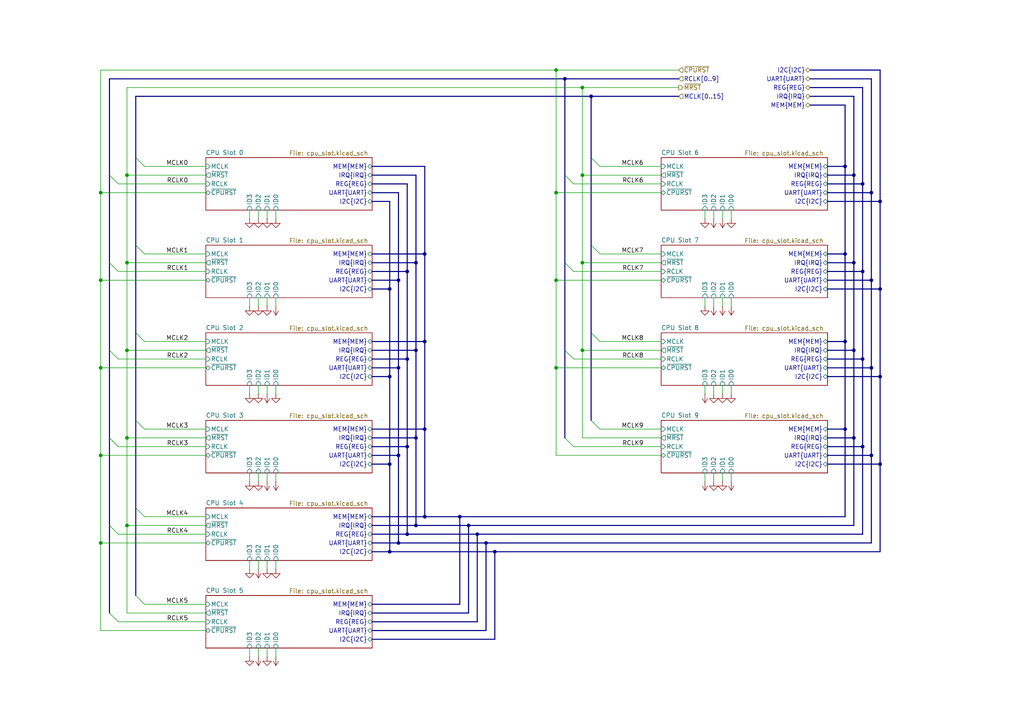
<source format=kicad_sch>
(kicad_sch (version 20231120) (generator "eeschema") (generator_version "8.0")
  (paper "A4")
  (title_block (title "RVFS CPU Slots") (date "2024-08-17") (rev "0.0.1") (comment 4 "Ten CPU slots are provided with access to the main memory bus and internal register bus."))
  (lib_symbols
    (symbol "power:+3V3" (power) (pin_numbers hide) (pin_names (offset 0) hide)
      (property "Value" "+3V3" (at 0 3.556 0))
      (symbol "+3V3_0_1"
        (polyline (pts (xy -0.762 1.27) (xy 0 2.54)))
        (polyline (pts (xy 0 0) (xy 0 2.54)))
        (polyline (pts (xy 0 2.54) (xy 0.762 1.27)))
      )
      (symbol "+3V3_1_1"
        (pin power_in line (at 0 0 90) (length 0) (name "~") (number "1"))
      )
    )
    (symbol "power:GND" (power) (pin_numbers hide) (pin_names (offset 0) hide)
      (property "Value" "GND" (at 0 -3.81 0))
      (symbol "GND_0_1"
        (polyline (pts (xy 0 0) (xy 0 -1.27) (xy 1.27 -1.27) (xy 0 -2.54) (xy -1.27 -1.27) (xy 0 -1.27)))
      )
      (symbol "GND_1_1"
        (pin power_in line (at 0 0 270) (length 0) (name "~") (number "1"))
      )
    )
  )
  (junction (at 168.91 25.4))
  (junction (at 115.57 81.28))
  (junction (at 252.73 106.68))
  (junction (at 118.11 129.54))
  (junction (at 36.83 127))
  (junction (at 168.91 50.8))
  (junction (at 113.03 83.82))
  (junction (at 245.11 73.66))
  (junction (at 123.19 99.06))
  (junction (at 161.29 106.68))
  (junction (at 135.89 152.4))
  (junction (at 250.19 104.14))
  (junction (at 161.29 81.28))
  (junction (at 115.57 132.08))
  (junction (at 29.21 106.68))
  (junction (at 115.57 106.68))
  (junction (at 250.19 78.74))
  (junction (at 171.45 27.94))
  (junction (at 36.83 152.4))
  (junction (at 118.11 78.74))
  (junction (at 138.43 154.94))
  (junction (at 163.83 22.86))
  (junction (at 247.65 127))
  (junction (at 123.19 73.66))
  (junction (at 168.91 101.6))
  (junction (at 140.97 157.48))
  (junction (at 255.27 109.22))
  (junction (at 120.65 127))
  (junction (at 113.03 109.22))
  (junction (at 245.11 99.06))
  (junction (at 123.19 124.46))
  (junction (at 118.11 104.14))
  (junction (at 245.11 48.26))
  (junction (at 120.65 152.4))
  (junction (at 29.21 81.28))
  (junction (at 250.19 129.54))
  (junction (at 247.65 76.2))
  (junction (at 123.19 149.86))
  (junction (at 133.35 149.86))
  (junction (at 245.11 124.46))
  (junction (at 252.73 81.28))
  (junction (at 36.83 101.6))
  (junction (at 36.83 50.8))
  (junction (at 36.83 76.2))
  (junction (at 255.27 134.62))
  (junction (at 255.27 83.82))
  (junction (at 168.91 76.2))
  (junction (at 247.65 50.8))
  (junction (at 120.65 76.2))
  (junction (at 255.27 58.42))
  (junction (at 120.65 101.6))
  (junction (at 29.21 132.08))
  (junction (at 29.21 157.48))
  (junction (at 250.19 53.34))
  (junction (at 113.03 134.62))
  (junction (at 113.03 160.02))
  (junction (at 115.57 157.48))
  (junction (at 252.73 132.08))
  (junction (at 29.21 55.88))
  (junction (at 161.29 55.88))
  (junction (at 161.29 20.32))
  (junction (at 247.65 101.6))
  (junction (at 118.11 154.94))
  (junction (at 252.73 55.88))
  (junction (at 143.51 160.02))
  (bus_entry (at 163.83 76.2) (size 2.54 2.54))
  (bus_entry (at 163.83 50.8) (size 2.54 2.54))
  (bus_entry (at 31.75 127) (size 2.54 2.54))
  (bus_entry (at 39.37 45.72) (size 2.54 2.54))
  (bus_entry (at 171.45 45.72) (size 2.54 2.54))
  (bus_entry (at 31.75 177.8) (size 2.54 2.54))
  (bus_entry (at 171.45 71.12) (size 2.54 2.54))
  (bus_entry (at 171.45 121.92) (size 2.54 2.54))
  (bus_entry (at 31.75 101.6) (size 2.54 2.54))
  (bus_entry (at 39.37 172.72) (size 2.54 2.54))
  (bus_entry (at 39.37 96.52) (size 2.54 2.54))
  (bus_entry (at 163.83 127) (size 2.54 2.54))
  (bus_entry (at 171.45 96.52) (size 2.54 2.54))
  (bus_entry (at 31.75 76.2) (size 2.54 2.54))
  (bus_entry (at 31.75 50.8) (size 2.54 2.54))
  (bus_entry (at 163.83 101.6) (size 2.54 2.54))
  (bus_entry (at 39.37 121.92) (size 2.54 2.54))
  (bus_entry (at 39.37 147.32) (size 2.54 2.54))
  (bus_entry (at 31.75 152.4) (size 2.54 2.54))
  (bus_entry (at 39.37 71.12) (size 2.54 2.54))
  (wire (pts (xy 166.37 53.34) (xy 191.77 53.34)))
  (wire (pts (xy 72.39 162.56) (xy 72.39 165.1)))
  (bus (pts (xy 39.37 71.12) (xy 39.37 96.52)))
  (bus (pts (xy 39.37 147.32) (xy 39.37 172.72)))
  (wire (pts (xy 34.29 53.34) (xy 59.69 53.34)))
  (bus (pts (xy 107.95 109.22) (xy 113.03 109.22)))
  (wire (pts (xy 161.29 55.88) (xy 191.77 55.88)))
  (wire (pts (xy 34.29 104.14) (xy 59.69 104.14)))
  (wire (pts (xy 34.29 154.94) (xy 59.69 154.94)))
  (bus (pts (xy 120.65 101.6) (xy 120.65 127)))
  (wire (pts (xy 168.91 76.2) (xy 168.91 101.6)))
  (wire (pts (xy 80.01 137.16) (xy 80.01 139.7)))
  (bus (pts (xy 171.45 71.12) (xy 171.45 96.52)))
  (bus (pts (xy 247.65 127) (xy 247.65 152.4)))
  (wire (pts (xy 74.93 111.76) (xy 74.93 114.3)))
  (bus (pts (xy 171.45 27.94) (xy 39.37 27.94)))
  (bus (pts (xy 234.95 27.94) (xy 247.65 27.94)))
  (bus (pts (xy 163.83 22.86) (xy 196.85 22.86)))
  (bus (pts (xy 255.27 20.32) (xy 255.27 58.42)))
  (bus (pts (xy 39.37 27.94) (xy 39.37 45.72)))
  (wire (pts (xy 29.21 81.28) (xy 29.21 106.68)))
  (wire (pts (xy 29.21 132.08) (xy 29.21 157.48)))
  (wire (pts (xy 80.01 162.56) (xy 80.01 165.1)))
  (wire (pts (xy 209.55 111.76) (xy 209.55 114.3)))
  (bus (pts (xy 245.11 99.06) (xy 245.11 124.46)))
  (bus (pts (xy 107.95 81.28) (xy 115.57 81.28)))
  (wire (pts (xy 166.37 104.14) (xy 191.77 104.14)))
  (bus (pts (xy 115.57 106.68) (xy 115.57 132.08)))
  (wire (pts (xy 173.99 73.66) (xy 191.77 73.66)))
  (bus (pts (xy 107.95 104.14) (xy 118.11 104.14)))
  (bus (pts (xy 255.27 109.22) (xy 255.27 134.62)))
  (wire (pts (xy 77.47 187.96) (xy 77.47 190.5)))
  (bus (pts (xy 135.89 152.4) (xy 247.65 152.4)))
  (bus (pts (xy 107.95 99.06) (xy 123.19 99.06)))
  (wire (pts (xy 36.83 101.6) (xy 59.69 101.6)))
  (bus (pts (xy 245.11 30.48) (xy 245.11 48.26)))
  (bus (pts (xy 107.95 106.68) (xy 115.57 106.68)))
  (wire (pts (xy 72.39 187.96) (xy 72.39 190.5)))
  (wire (pts (xy 161.29 106.68) (xy 161.29 132.08)))
  (wire (pts (xy 41.91 73.66) (xy 59.69 73.66)))
  (bus (pts (xy 107.95 175.26) (xy 133.35 175.26)))
  (bus (pts (xy 107.95 134.62) (xy 113.03 134.62)))
  (bus (pts (xy 123.19 48.26) (xy 123.19 73.66)))
  (wire (pts (xy 36.83 177.8) (xy 59.69 177.8)))
  (bus (pts (xy 115.57 157.48) (xy 140.97 157.48)))
  (bus (pts (xy 107.95 76.2) (xy 120.65 76.2)))
  (bus (pts (xy 107.95 73.66) (xy 123.19 73.66)))
  (bus (pts (xy 107.95 124.46) (xy 123.19 124.46)))
  (bus (pts (xy 120.65 76.2) (xy 120.65 101.6)))
  (bus (pts (xy 252.73 55.88) (xy 252.73 81.28)))
  (wire (pts (xy 207.01 111.76) (xy 207.01 114.3)))
  (wire (pts (xy 207.01 137.16) (xy 207.01 139.7)))
  (bus (pts (xy 113.03 160.02) (xy 143.51 160.02)))
  (bus (pts (xy 240.03 81.28) (xy 252.73 81.28)))
  (bus (pts (xy 31.75 50.8) (xy 31.75 76.2)))
  (bus (pts (xy 31.75 22.86) (xy 31.75 50.8)))
  (bus (pts (xy 240.03 99.06) (xy 245.11 99.06)))
  (bus (pts (xy 115.57 81.28) (xy 115.57 106.68)))
  (wire (pts (xy 74.93 187.96) (xy 74.93 190.5)))
  (wire (pts (xy 209.55 86.36) (xy 209.55 88.9)))
  (bus (pts (xy 240.03 50.8) (xy 247.65 50.8)))
  (bus (pts (xy 240.03 48.26) (xy 245.11 48.26)))
  (wire (pts (xy 80.01 86.36) (xy 80.01 88.9)))
  (wire (pts (xy 173.99 124.46) (xy 191.77 124.46)))
  (wire (pts (xy 29.21 81.28) (xy 59.69 81.28)))
  (bus (pts (xy 240.03 101.6) (xy 247.65 101.6)))
  (bus (pts (xy 140.97 157.48) (xy 252.73 157.48)))
  (bus (pts (xy 250.19 78.74) (xy 250.19 104.14)))
  (bus (pts (xy 255.27 134.62) (xy 240.03 134.62)))
  (wire (pts (xy 41.91 175.26) (xy 59.69 175.26)))
  (wire (pts (xy 29.21 182.88) (xy 59.69 182.88)))
  (wire (pts (xy 36.83 127) (xy 36.83 152.4)))
  (bus (pts (xy 107.95 101.6) (xy 120.65 101.6)))
  (wire (pts (xy 41.91 124.46) (xy 59.69 124.46)))
  (bus (pts (xy 252.73 106.68) (xy 252.73 132.08)))
  (bus (pts (xy 250.19 129.54) (xy 250.19 154.94)))
  (bus (pts (xy 31.75 76.2) (xy 31.75 101.6)))
  (wire (pts (xy 209.55 137.16) (xy 209.55 139.7)))
  (bus (pts (xy 245.11 48.26) (xy 245.11 73.66)))
  (bus (pts (xy 120.65 127) (xy 120.65 152.4)))
  (bus (pts (xy 255.27 83.82) (xy 255.27 109.22)))
  (wire (pts (xy 29.21 157.48) (xy 29.21 182.88)))
  (bus (pts (xy 163.83 50.8) (xy 163.83 76.2)))
  (bus (pts (xy 107.95 182.88) (xy 140.97 182.88)))
  (wire (pts (xy 204.47 111.76) (xy 204.47 114.3)))
  (wire (pts (xy 41.91 149.86) (xy 59.69 149.86)))
  (wire (pts (xy 29.21 132.08) (xy 59.69 132.08)))
  (bus (pts (xy 250.19 53.34) (xy 250.19 78.74)))
  (wire (pts (xy 34.29 78.74) (xy 59.69 78.74)))
  (wire (pts (xy 77.47 162.56) (xy 77.47 165.1)))
  (wire (pts (xy 168.91 25.4) (xy 168.91 50.8)))
  (wire (pts (xy 41.91 99.06) (xy 59.69 99.06)))
  (bus (pts (xy 163.83 101.6) (xy 163.83 127)))
  (bus (pts (xy 123.19 149.86) (xy 133.35 149.86)))
  (bus (pts (xy 107.95 58.42) (xy 113.03 58.42)))
  (bus (pts (xy 250.19 25.4) (xy 250.19 53.34)))
  (wire (pts (xy 212.09 60.96) (xy 212.09 63.5)))
  (bus (pts (xy 113.03 83.82) (xy 113.03 109.22)))
  (bus (pts (xy 140.97 182.88) (xy 140.97 157.48)))
  (bus (pts (xy 247.65 76.2) (xy 247.65 101.6)))
  (bus (pts (xy 240.03 53.34) (xy 250.19 53.34)))
  (bus (pts (xy 107.95 127) (xy 120.65 127)))
  (bus (pts (xy 107.95 48.26) (xy 123.19 48.26)))
  (bus (pts (xy 163.83 76.2) (xy 163.83 101.6)))
  (wire (pts (xy 207.01 60.96) (xy 207.01 63.5)))
  (bus (pts (xy 240.03 106.68) (xy 252.73 106.68)))
  (wire (pts (xy 168.91 101.6) (xy 191.77 101.6)))
  (bus (pts (xy 240.03 55.88) (xy 252.73 55.88)))
  (wire (pts (xy 36.83 50.8) (xy 36.83 76.2)))
  (bus (pts (xy 107.95 177.8) (xy 135.89 177.8)))
  (wire (pts (xy 72.39 60.96) (xy 72.39 63.5)))
  (wire (pts (xy 168.91 50.8) (xy 191.77 50.8)))
  (bus (pts (xy 143.51 160.02) (xy 255.27 160.02)))
  (bus (pts (xy 118.11 129.54) (xy 118.11 154.94)))
  (wire (pts (xy 72.39 86.36) (xy 72.39 88.9)))
  (wire (pts (xy 166.37 129.54) (xy 191.77 129.54)))
  (wire (pts (xy 29.21 55.88) (xy 59.69 55.88)))
  (wire (pts (xy 74.93 60.96) (xy 74.93 63.5)))
  (wire (pts (xy 74.93 162.56) (xy 74.93 165.1)))
  (wire (pts (xy 36.83 152.4) (xy 36.83 177.8)))
  (wire (pts (xy 34.29 129.54) (xy 59.69 129.54)))
  (bus (pts (xy 107.95 50.8) (xy 120.65 50.8)))
  (wire (pts (xy 209.55 60.96) (xy 209.55 63.5)))
  (bus (pts (xy 247.65 50.8) (xy 247.65 76.2)))
  (wire (pts (xy 77.47 137.16) (xy 77.47 139.7)))
  (wire (pts (xy 161.29 106.68) (xy 191.77 106.68)))
  (wire (pts (xy 161.29 20.32) (xy 29.21 20.32)))
  (wire (pts (xy 41.91 48.26) (xy 59.69 48.26)))
  (bus (pts (xy 250.19 129.54) (xy 240.03 129.54)))
  (wire (pts (xy 161.29 20.32) (xy 161.29 55.88)))
  (wire (pts (xy 80.01 60.96) (xy 80.01 63.5)))
  (wire (pts (xy 168.91 25.4) (xy 36.83 25.4)))
  (wire (pts (xy 204.47 60.96) (xy 204.47 63.5)))
  (bus (pts (xy 118.11 53.34) (xy 118.11 78.74)))
  (bus (pts (xy 107.95 152.4) (xy 120.65 152.4)))
  (bus (pts (xy 247.65 27.94) (xy 247.65 50.8)))
  (bus (pts (xy 255.27 58.42) (xy 255.27 83.82)))
  (wire (pts (xy 72.39 111.76) (xy 72.39 114.3)))
  (bus (pts (xy 234.95 20.32) (xy 255.27 20.32)))
  (bus (pts (xy 171.45 27.94) (xy 171.45 45.72)))
  (wire (pts (xy 168.91 50.8) (xy 168.91 76.2)))
  (bus (pts (xy 143.51 160.02) (xy 143.51 185.42)))
  (bus (pts (xy 107.95 53.34) (xy 118.11 53.34)))
  (bus (pts (xy 252.73 22.86) (xy 252.73 55.88)))
  (bus (pts (xy 107.95 157.48) (xy 115.57 157.48)))
  (bus (pts (xy 234.95 22.86) (xy 252.73 22.86)))
  (bus (pts (xy 107.95 55.88) (xy 115.57 55.88)))
  (wire (pts (xy 168.91 101.6) (xy 168.91 127)))
  (bus (pts (xy 196.85 27.94) (xy 171.45 27.94)))
  (wire (pts (xy 29.21 106.68) (xy 59.69 106.68)))
  (bus (pts (xy 107.95 129.54) (xy 118.11 129.54)))
  (bus (pts (xy 113.03 109.22) (xy 113.03 134.62)))
  (bus (pts (xy 113.03 58.42) (xy 113.03 83.82)))
  (bus (pts (xy 138.43 180.34) (xy 138.43 154.94)))
  (wire (pts (xy 212.09 86.36) (xy 212.09 88.9)))
  (wire (pts (xy 29.21 106.68) (xy 29.21 132.08)))
  (wire (pts (xy 36.83 101.6) (xy 36.83 127)))
  (wire (pts (xy 161.29 55.88) (xy 161.29 81.28)))
  (bus (pts (xy 252.73 132.08) (xy 240.03 132.08)))
  (bus (pts (xy 123.19 124.46) (xy 123.19 149.86)))
  (wire (pts (xy 36.83 25.4) (xy 36.83 50.8)))
  (bus (pts (xy 107.95 149.86) (xy 123.19 149.86)))
  (wire (pts (xy 77.47 86.36) (xy 77.47 88.9)))
  (wire (pts (xy 212.09 137.16) (xy 212.09 139.7)))
  (bus (pts (xy 240.03 58.42) (xy 255.27 58.42)))
  (bus (pts (xy 118.11 154.94) (xy 138.43 154.94)))
  (wire (pts (xy 80.01 111.76) (xy 80.01 114.3)))
  (bus (pts (xy 163.83 22.86) (xy 163.83 50.8)))
  (bus (pts (xy 31.75 152.4) (xy 31.75 177.8)))
  (wire (pts (xy 36.83 76.2) (xy 36.83 101.6)))
  (bus (pts (xy 240.03 104.14) (xy 250.19 104.14)))
  (bus (pts (xy 240.03 76.2) (xy 247.65 76.2)))
  (wire (pts (xy 191.77 132.08) (xy 161.29 132.08)))
  (bus (pts (xy 135.89 177.8) (xy 135.89 152.4)))
  (wire (pts (xy 29.21 20.32) (xy 29.21 55.88)))
  (bus (pts (xy 39.37 121.92) (xy 39.37 147.32)))
  (bus (pts (xy 123.19 99.06) (xy 123.19 124.46)))
  (bus (pts (xy 234.95 25.4) (xy 250.19 25.4)))
  (wire (pts (xy 36.83 127) (xy 59.69 127)))
  (wire (pts (xy 168.91 76.2) (xy 191.77 76.2)))
  (bus (pts (xy 123.19 73.66) (xy 123.19 99.06)))
  (bus (pts (xy 118.11 78.74) (xy 118.11 104.14)))
  (wire (pts (xy 36.83 152.4) (xy 59.69 152.4)))
  (bus (pts (xy 120.65 50.8) (xy 120.65 76.2)))
  (bus (pts (xy 39.37 96.52) (xy 39.37 121.92)))
  (bus (pts (xy 120.65 152.4) (xy 135.89 152.4)))
  (bus (pts (xy 133.35 175.26) (xy 133.35 149.86)))
  (bus (pts (xy 31.75 127) (xy 31.75 152.4)))
  (wire (pts (xy 80.01 187.96) (xy 80.01 190.5)))
  (wire (pts (xy 77.47 111.76) (xy 77.47 114.3)))
  (bus (pts (xy 107.95 180.34) (xy 138.43 180.34)))
  (bus (pts (xy 107.95 132.08) (xy 115.57 132.08)))
  (bus (pts (xy 245.11 124.46) (xy 245.11 149.86)))
  (wire (pts (xy 204.47 137.16) (xy 204.47 139.7)))
  (wire (pts (xy 196.85 20.32) (xy 161.29 20.32)))
  (bus (pts (xy 107.95 154.94) (xy 118.11 154.94)))
  (wire (pts (xy 173.99 99.06) (xy 191.77 99.06)))
  (bus (pts (xy 39.37 45.72) (xy 39.37 71.12)))
  (wire (pts (xy 196.85 25.4) (xy 168.91 25.4)))
  (bus (pts (xy 255.27 134.62) (xy 255.27 160.02)))
  (wire (pts (xy 204.47 86.36) (xy 204.47 88.9)))
  (wire (pts (xy 29.21 55.88) (xy 29.21 81.28)))
  (wire (pts (xy 77.47 60.96) (xy 77.47 63.5)))
  (bus (pts (xy 240.03 73.66) (xy 245.11 73.66)))
  (bus (pts (xy 31.75 101.6) (xy 31.75 127)))
  (bus (pts (xy 133.35 149.86) (xy 245.11 149.86)))
  (bus (pts (xy 250.19 104.14) (xy 250.19 129.54)))
  (wire (pts (xy 34.29 180.34) (xy 59.69 180.34)))
  (bus (pts (xy 171.45 96.52) (xy 171.45 121.92)))
  (bus (pts (xy 234.95 30.48) (xy 245.11 30.48)))
  (wire (pts (xy 212.09 111.76) (xy 212.09 114.3)))
  (bus (pts (xy 247.65 127) (xy 240.03 127)))
  (wire (pts (xy 161.29 81.28) (xy 191.77 81.28)))
  (wire (pts (xy 36.83 50.8) (xy 59.69 50.8)))
  (bus (pts (xy 115.57 132.08) (xy 115.57 157.48)))
  (bus (pts (xy 247.65 101.6) (xy 247.65 127)))
  (bus (pts (xy 240.03 83.82) (xy 255.27 83.82)))
  (bus (pts (xy 245.11 124.46) (xy 240.03 124.46)))
  (bus (pts (xy 107.95 78.74) (xy 118.11 78.74)))
  (wire (pts (xy 161.29 81.28) (xy 161.29 106.68)))
  (bus (pts (xy 240.03 109.22) (xy 255.27 109.22)))
  (wire (pts (xy 36.83 76.2) (xy 59.69 76.2)))
  (wire (pts (xy 72.39 137.16) (xy 72.39 139.7)))
  (wire (pts (xy 207.01 86.36) (xy 207.01 88.9)))
  (bus (pts (xy 171.45 45.72) (xy 171.45 71.12)))
  (bus (pts (xy 252.73 81.28) (xy 252.73 106.68)))
  (bus (pts (xy 240.03 78.74) (xy 250.19 78.74)))
  (bus (pts (xy 245.11 73.66) (xy 245.11 99.06)))
  (bus (pts (xy 107.95 160.02) (xy 113.03 160.02)))
  (wire (pts (xy 166.37 78.74) (xy 191.77 78.74)))
  (bus (pts (xy 118.11 104.14) (xy 118.11 129.54)))
  (wire (pts (xy 74.93 86.36) (xy 74.93 88.9)))
  (wire (pts (xy 74.93 137.16) (xy 74.93 139.7)))
  (bus (pts (xy 138.43 154.94) (xy 250.19 154.94)))
  (wire (pts (xy 191.77 127) (xy 168.91 127)))
  (wire (pts (xy 173.99 48.26) (xy 191.77 48.26)))
  (wire (pts (xy 29.21 157.48) (xy 59.69 157.48)))
  (bus (pts (xy 107.95 83.82) (xy 113.03 83.82)))
  (bus (pts (xy 115.57 55.88) (xy 115.57 81.28)))
  (bus (pts (xy 113.03 134.62) (xy 113.03 160.02)))
  (bus (pts (xy 107.95 185.42) (xy 143.51 185.42)))
  (bus (pts (xy 252.73 132.08) (xy 252.73 157.48)))
  (bus (pts (xy 31.75 22.86) (xy 163.83 22.86)))
  (label "MCLK0" (at 54.61 48.26 180))
  (label "RCLK9" (at 186.69 129.54 180))
  (label "MCLK3" (at 54.61 124.46 180))
  (label "RCLK4" (at 54.61 154.94 180))
  (label "RCLK3" (at 54.61 129.54 180))
  (label "MCLK5" (at 54.61 175.26 180))
  (label "RCLK6" (at 186.69 53.34 180))
  (label "RCLK0" (at 54.61 53.34 180))
  (label "RCLK1" (at 54.61 78.74 180))
  (label "MCLK7" (at 186.69 73.66 180))
  (label "MCLK4" (at 54.61 149.86 180))
  (label "RCLK8" (at 186.69 104.14 180))
  (label "MCLK1" (at 54.61 73.66 180))
  (label "MCLK8" (at 186.69 99.06 180))
  (label "MCLK2" (at 54.61 99.06 180))
  (label "MCLK6" (at 186.69 48.26 180))
  (label "RCLK2" (at 54.61 104.14 180))
  (label "MCLK9" (at 186.69 124.46 180))
  (label "RCLK5" (at 54.61 180.34 180))
  (label "RCLK7" (at 186.69 78.74 180))
  (hierarchical_label "I2C{I2C}" (shape bidirectional) (at 234.95 20.32 180))
  (hierarchical_label "RCLK[0..9]" (shape input) (at 196.85 22.86 0))
  (hierarchical_label "~{MRST}" (shape output) (at 196.85 25.4 0))
  (hierarchical_label "REG{REG}" (shape bidirectional) (at 234.95 25.4 180))
  (hierarchical_label "IRQ{IRQ}" (shape bidirectional) (at 234.95 27.94 180))
  (hierarchical_label "UART{UART}" (shape bidirectional) (at 234.95 22.86 180))
  (hierarchical_label "~{CPURST}" (shape input) (at 196.85 20.32 0))
  (hierarchical_label "MCLK[0..15]" (shape input) (at 196.85 27.94 0))
  (hierarchical_label "MEM{MEM}" (shape bidirectional) (at 234.95 30.48 180))
  (symbol (lib_id "power:GND") (at 77.47 165.1 0) (unit 1)
    (property "Reference" "#PWR058" (effects (hide yes)))
    (property "Value" "GND" (effects (hide yes)))
    (property "Description" "Power symbol creates a global label with name \"GND\" , ground" (effects (hide yes)))
  )
  (symbol (lib_id "power:GND") (at 207.01 114.3 0) (unit 1)
    (property "Reference" "#PWR072" (effects (hide yes)))
    (property "Value" "GND" (effects (hide yes)))
    (property "Description" "Power symbol creates a global label with name \"GND\" , ground" (effects (hide yes)))
  )
  (symbol (lib_id "power:GND") (at 72.39 114.3 0) (unit 1)
    (property "Reference" "#PWR044" (effects (hide yes)))
    (property "Value" "GND" (effects (hide yes)))
    (property "Description" "Power symbol creates a global label with name \"GND\" , ground" (effects (hide yes)))
  )
  (symbol (lib_id "power:GND") (at 72.39 139.7 0) (unit 1)
    (property "Reference" "#PWR045" (effects (hide yes)))
    (property "Value" "GND" (effects (hide yes)))
    (property "Description" "Power symbol creates a global label with name \"GND\" , ground" (effects (hide yes)))
  )
  (symbol (lib_id "power:GND") (at 80.01 114.3 0) (unit 1)
    (property "Reference" "#PWR062" (effects (hide yes)))
    (property "Value" "GND" (effects (hide yes)))
    (property "Description" "Power symbol creates a global label with name \"GND\" , ground" (effects (hide yes)))
  )
  (symbol (lib_id "power:GND") (at 212.09 114.3 0) (unit 1)
    (property "Reference" "#PWR080" (effects (hide yes)))
    (property "Value" "GND" (effects (hide yes)))
    (property "Description" "Power symbol creates a global label with name \"GND\" , ground" (effects (hide yes)))
  )
  (symbol (lib_id "power:+3V3") (at 209.55 63.5 180) (unit 1)
    (property "Reference" "#PWR074" (effects (hide yes)))
    (property "Value" "+3V3" (effects (hide yes)))
    (property "Description" "Power symbol creates a global label with name \"+3V3\"" (effects (hide yes)))
  )
  (symbol (lib_id "power:+3V3") (at 207.01 88.9 180) (unit 1)
    (property "Reference" "#PWR071" (effects (hide yes)))
    (property "Value" "+3V3" (effects (hide yes)))
    (property "Description" "Power symbol creates a global label with name \"+3V3\"" (effects (hide yes)))
  )
  (symbol (lib_id "power:GND") (at 72.39 190.5 0) (unit 1)
    (property "Reference" "#PWR047" (effects (hide yes)))
    (property "Value" "GND" (effects (hide yes)))
    (property "Description" "Power symbol creates a global label with name \"GND\" , ground" (effects (hide yes)))
  )
  (symbol (lib_id "power:GND") (at 74.93 114.3 0) (unit 1)
    (property "Reference" "#PWR050" (effects (hide yes)))
    (property "Value" "GND" (effects (hide yes)))
    (property "Description" "Power symbol creates a global label with name \"GND\" , ground" (effects (hide yes)))
  )
  (symbol (lib_id "power:GND") (at 72.39 63.5 0) (unit 1)
    (property "Reference" "#PWR042" (effects (hide yes)))
    (property "Value" "GND" (effects (hide yes)))
    (property "Description" "Power symbol creates a global label with name \"GND\" , ground" (effects (hide yes)))
  )
  (symbol (lib_id "power:+3V3") (at 212.09 88.9 180) (unit 1)
    (property "Reference" "#PWR079" (effects (hide yes)))
    (property "Value" "+3V3" (effects (hide yes)))
    (property "Description" "Power symbol creates a global label with name \"+3V3\"" (effects (hide yes)))
  )
  (symbol (lib_id "power:+3V3") (at 80.01 139.7 180) (unit 1)
    (property "Reference" "#PWR063" (effects (hide yes)))
    (property "Value" "+3V3" (effects (hide yes)))
    (property "Description" "Power symbol creates a global label with name \"+3V3\"" (effects (hide yes)))
  )
  (symbol (lib_id "power:GND") (at 80.01 165.1 0) (unit 1)
    (property "Reference" "#PWR064" (effects (hide yes)))
    (property "Value" "GND" (effects (hide yes)))
    (property "Description" "Power symbol creates a global label with name \"GND\" , ground" (effects (hide yes)))
  )
  (symbol (lib_id "power:GND") (at 74.93 63.5 0) (unit 1)
    (property "Reference" "#PWR048" (effects (hide yes)))
    (property "Value" "GND" (effects (hide yes)))
    (property "Description" "Power symbol creates a global label with name \"GND\" , ground" (effects (hide yes)))
  )
  (symbol (lib_id "power:GND") (at 72.39 165.1 0) (unit 1)
    (property "Reference" "#PWR046" (effects (hide yes)))
    (property "Value" "GND" (effects (hide yes)))
    (property "Description" "Power symbol creates a global label with name \"GND\" , ground" (effects (hide yes)))
  )
  (symbol (lib_id "power:+3V3") (at 74.93 165.1 180) (unit 1)
    (property "Reference" "#PWR052" (effects (hide yes)))
    (property "Value" "+3V3" (effects (hide yes)))
    (property "Description" "Power symbol creates a global label with name \"+3V3\"" (effects (hide yes)))
  )
  (symbol (lib_id "power:+3V3") (at 204.47 139.7 180) (unit 1)
    (property "Reference" "#PWR069" (effects (hide yes)))
    (property "Value" "+3V3" (effects (hide yes)))
    (property "Description" "Power symbol creates a global label with name \"+3V3\"" (effects (hide yes)))
  )
  (symbol (lib_id "power:+3V3") (at 207.01 63.5 180) (unit 1)
    (property "Reference" "#PWR070" (effects (hide yes)))
    (property "Value" "+3V3" (effects (hide yes)))
    (property "Description" "Power symbol creates a global label with name \"+3V3\"" (effects (hide yes)))
  )
  (symbol (lib_id "power:GND") (at 77.47 63.5 0) (unit 1)
    (property "Reference" "#PWR054" (effects (hide yes)))
    (property "Value" "GND" (effects (hide yes)))
    (property "Description" "Power symbol creates a global label with name \"GND\" , ground" (effects (hide yes)))
  )
  (symbol (lib_id "power:GND") (at 74.93 139.7 0) (unit 1)
    (property "Reference" "#PWR051" (effects (hide yes)))
    (property "Value" "GND" (effects (hide yes)))
    (property "Description" "Power symbol creates a global label with name \"GND\" , ground" (effects (hide yes)))
  )
  (symbol (lib_id "power:GND") (at 207.01 139.7 0) (unit 1)
    (property "Reference" "#PWR073" (effects (hide yes)))
    (property "Value" "GND" (effects (hide yes)))
    (property "Description" "Power symbol creates a global label with name \"GND\" , ground" (effects (hide yes)))
  )
  (symbol (lib_id "power:GND") (at 72.39 88.9 0) (unit 1)
    (property "Reference" "#PWR043" (effects (hide yes)))
    (property "Value" "GND" (effects (hide yes)))
    (property "Description" "Power symbol creates a global label with name \"GND\" , ground" (effects (hide yes)))
  )
  (symbol (lib_id "power:GND") (at 204.47 63.5 0) (unit 1)
    (property "Reference" "#PWR066" (effects (hide yes)))
    (property "Value" "GND" (effects (hide yes)))
    (property "Description" "Power symbol creates a global label with name \"GND\" , ground" (effects (hide yes)))
  )
  (symbol (lib_id "power:+3V3") (at 74.93 190.5 180) (unit 1)
    (property "Reference" "#PWR053" (effects (hide yes)))
    (property "Value" "+3V3" (effects (hide yes)))
    (property "Description" "Power symbol creates a global label with name \"+3V3\"" (effects (hide yes)))
  )
  (symbol (lib_id "power:GND") (at 209.55 114.3 0) (unit 1)
    (property "Reference" "#PWR076" (effects (hide yes)))
    (property "Value" "GND" (effects (hide yes)))
    (property "Description" "Power symbol creates a global label with name \"GND\" , ground" (effects (hide yes)))
  )
  (symbol (lib_id "power:GND") (at 209.55 139.7 0) (unit 1)
    (property "Reference" "#PWR077" (effects (hide yes)))
    (property "Value" "GND" (effects (hide yes)))
    (property "Description" "Power symbol creates a global label with name \"GND\" , ground" (effects (hide yes)))
  )
  (symbol (lib_id "power:+3V3") (at 77.47 139.7 180) (unit 1)
    (property "Reference" "#PWR057" (effects (hide yes)))
    (property "Value" "+3V3" (effects (hide yes)))
    (property "Description" "Power symbol creates a global label with name \"+3V3\"" (effects (hide yes)))
  )
  (symbol (lib_id "power:GND") (at 77.47 190.5 0) (unit 1)
    (property "Reference" "#PWR059" (effects (hide yes)))
    (property "Value" "GND" (effects (hide yes)))
    (property "Description" "Power symbol creates a global label with name \"GND\" , ground" (effects (hide yes)))
  )
  (symbol (lib_id "power:+3V3") (at 80.01 190.5 180) (unit 1)
    (property "Reference" "#PWR065" (effects (hide yes)))
    (property "Value" "+3V3" (effects (hide yes)))
    (property "Description" "Power symbol creates a global label with name \"+3V3\"" (effects (hide yes)))
  )
  (symbol (lib_id "power:GND") (at 80.01 63.5 0) (unit 1)
    (property "Reference" "#PWR060" (effects (hide yes)))
    (property "Value" "GND" (effects (hide yes)))
    (property "Description" "Power symbol creates a global label with name \"GND\" , ground" (effects (hide yes)))
  )
  (symbol (lib_id "power:GND") (at 77.47 88.9 0) (unit 1)
    (property "Reference" "#PWR055" (effects (hide yes)))
    (property "Value" "GND" (effects (hide yes)))
    (property "Description" "Power symbol creates a global label with name \"GND\" , ground" (effects (hide yes)))
  )
  (symbol (lib_id "power:GND") (at 212.09 63.5 0) (unit 1)
    (property "Reference" "#PWR078" (effects (hide yes)))
    (property "Value" "GND" (effects (hide yes)))
    (property "Description" "Power symbol creates a global label with name \"GND\" , ground" (effects (hide yes)))
  )
  (symbol (lib_id "power:GND") (at 74.93 88.9 0) (unit 1)
    (property "Reference" "#PWR049" (effects (hide yes)))
    (property "Value" "GND" (effects (hide yes)))
    (property "Description" "Power symbol creates a global label with name \"GND\" , ground" (effects (hide yes)))
  )
  (symbol (lib_id "power:+3V3") (at 212.09 139.7 180) (unit 1)
    (property "Reference" "#PWR081" (effects (hide yes)))
    (property "Value" "+3V3" (effects (hide yes)))
    (property "Description" "Power symbol creates a global label with name \"+3V3\"" (effects (hide yes)))
  )
  (symbol (lib_id "power:+3V3") (at 204.47 114.3 180) (unit 1)
    (property "Reference" "#PWR068" (effects (hide yes)))
    (property "Value" "+3V3" (effects (hide yes)))
    (property "Description" "Power symbol creates a global label with name \"+3V3\"" (effects (hide yes)))
  )
  (symbol (lib_id "power:+3V3") (at 80.01 88.9 180) (unit 1)
    (property "Reference" "#PWR061" (effects (hide yes)))
    (property "Value" "+3V3" (effects (hide yes)))
    (property "Description" "Power symbol creates a global label with name \"+3V3\"" (effects (hide yes)))
  )
  (symbol (lib_id "power:+3V3") (at 209.55 88.9 180) (unit 1)
    (property "Reference" "#PWR075" (effects (hide yes)))
    (property "Value" "+3V3" (effects (hide yes)))
    (property "Description" "Power symbol creates a global label with name \"+3V3\"" (effects (hide yes)))
  )
  (symbol (lib_id "power:GND") (at 204.47 88.9 0) (unit 1)
    (property "Reference" "#PWR067" (effects (hide yes)))
    (property "Value" "GND" (effects (hide yes)))
    (property "Description" "Power symbol creates a global label with name \"GND\" , ground" (effects (hide yes)))
  )
  (symbol (lib_id "power:+3V3") (at 77.47 114.3 180) (unit 1)
    (property "Reference" "#PWR056" (effects (hide yes)))
    (property "Value" "+3V3" (effects (hide yes)))
    (property "Description" "Power symbol creates a global label with name \"+3V3\"" (effects (hide yes)))
  )
  (sheet (at 59.69 147.32) (size 48.26 15.24) (stroke (width 0.1524))
    (property "Sheetname" "CPU Slot 4" (at 59.69 146.6084 0) (effects (justify left bottom)))
    (property "Sheetfile" "cpu_slot.kicad_sch" (at 83.82 145.288 0) (effects (justify left top)))
    (pin "RCLK" input (at 59.69 154.94 180))
    (pin "MCLK" input (at 59.69 149.86 180))
    (pin "IRQ{IRQ}" bidirectional (at 107.95 152.4 0))
    (pin "MEM{MEM}" bidirectional (at 107.95 149.86 0))
    (pin "REG{REG}" bidirectional (at 107.95 154.94 0))
    (pin "~{CPURST}" bidirectional (at 59.69 157.48 180))
    (pin "~{MRST}" output (at 59.69 152.4 180))
    (pin "I2C{I2C}" bidirectional (at 107.95 160.02 0))
    (pin "UART{UART}" bidirectional (at 107.95 157.48 0))
    (pin "ID3" input (at 72.39 162.56 270))
    (pin "ID1" input (at 77.47 162.56 270))
    (pin "ID0" input (at 80.01 162.56 270))
    (pin "ID2" input (at 74.93 162.56 270))
  )
  (sheet (at 59.69 172.72) (size 48.26 15.24) (stroke (width 0.1524))
    (property "Sheetname" "CPU Slot 5" (at 59.69 172.0084 0) (effects (justify left bottom)))
    (property "Sheetfile" "cpu_slot.kicad_sch" (at 83.82 170.688 0) (effects (justify left top)))
    (pin "RCLK" input (at 59.69 180.34 180))
    (pin "MCLK" input (at 59.69 175.26 180))
    (pin "IRQ{IRQ}" bidirectional (at 107.95 177.8 0))
    (pin "MEM{MEM}" bidirectional (at 107.95 175.26 0))
    (pin "REG{REG}" bidirectional (at 107.95 180.34 0))
    (pin "~{CPURST}" bidirectional (at 59.69 182.88 180))
    (pin "~{MRST}" output (at 59.69 177.8 180))
    (pin "I2C{I2C}" bidirectional (at 107.95 185.42 0))
    (pin "UART{UART}" bidirectional (at 107.95 182.88 0))
    (pin "ID3" input (at 72.39 187.96 270))
    (pin "ID1" input (at 77.47 187.96 270))
    (pin "ID0" input (at 80.01 187.96 270))
    (pin "ID2" input (at 74.93 187.96 270))
  )
  (sheet (at 59.69 121.92) (size 48.26 15.24) (stroke (width 0.1524))
    (property "Sheetname" "CPU Slot 3" (at 59.69 121.2084 0) (effects (justify left bottom)))
    (property "Sheetfile" "cpu_slot.kicad_sch" (at 83.82 119.888 0) (effects (justify left top)))
    (pin "RCLK" input (at 59.69 129.54 180))
    (pin "MCLK" input (at 59.69 124.46 180))
    (pin "IRQ{IRQ}" bidirectional (at 107.95 127 0))
    (pin "MEM{MEM}" bidirectional (at 107.95 124.46 0))
    (pin "REG{REG}" bidirectional (at 107.95 129.54 0))
    (pin "~{CPURST}" bidirectional (at 59.69 132.08 180))
    (pin "~{MRST}" output (at 59.69 127 180))
    (pin "I2C{I2C}" bidirectional (at 107.95 134.62 0))
    (pin "UART{UART}" bidirectional (at 107.95 132.08 0))
    (pin "ID3" input (at 72.39 137.16 270))
    (pin "ID1" input (at 77.47 137.16 270))
    (pin "ID0" input (at 80.01 137.16 270))
    (pin "ID2" input (at 74.93 137.16 270))
  )
  (sheet (at 191.77 71.12) (size 48.26 15.24) (stroke (width 0.1524))
    (property "Sheetname" "CPU Slot 7" (at 191.77 70.4084 0) (effects (justify left bottom)))
    (property "Sheetfile" "cpu_slot.kicad_sch" (at 215.9 69.088 0) (effects (justify left top)))
    (pin "RCLK" input (at 191.77 78.74 180))
    (pin "MCLK" input (at 191.77 73.66 180))
    (pin "IRQ{IRQ}" bidirectional (at 240.03 76.2 0))
    (pin "MEM{MEM}" bidirectional (at 240.03 73.66 0))
    (pin "REG{REG}" bidirectional (at 240.03 78.74 0))
    (pin "~{CPURST}" bidirectional (at 191.77 81.28 180))
    (pin "~{MRST}" output (at 191.77 76.2 180))
    (pin "I2C{I2C}" bidirectional (at 240.03 83.82 0))
    (pin "UART{UART}" bidirectional (at 240.03 81.28 0))
    (pin "ID3" input (at 204.47 86.36 270))
    (pin "ID1" input (at 209.55 86.36 270))
    (pin "ID0" input (at 212.09 86.36 270))
    (pin "ID2" input (at 207.01 86.36 270))
  )
  (sheet (at 191.77 96.52) (size 48.26 15.24) (stroke (width 0.1524))
    (property "Sheetname" "CPU Slot 8" (at 191.77 95.8084 0) (effects (justify left bottom)))
    (property "Sheetfile" "cpu_slot.kicad_sch" (at 215.9 94.488 0) (effects (justify left top)))
    (pin "RCLK" input (at 191.77 104.14 180))
    (pin "MCLK" input (at 191.77 99.06 180))
    (pin "IRQ{IRQ}" bidirectional (at 240.03 101.6 0))
    (pin "MEM{MEM}" bidirectional (at 240.03 99.06 0))
    (pin "REG{REG}" bidirectional (at 240.03 104.14 0))
    (pin "~{CPURST}" bidirectional (at 191.77 106.68 180))
    (pin "~{MRST}" output (at 191.77 101.6 180))
    (pin "I2C{I2C}" bidirectional (at 240.03 109.22 0))
    (pin "UART{UART}" bidirectional (at 240.03 106.68 0))
    (pin "ID3" input (at 204.47 111.76 270))
    (pin "ID1" input (at 209.55 111.76 270))
    (pin "ID0" input (at 212.09 111.76 270))
    (pin "ID2" input (at 207.01 111.76 270))
  )
  (sheet (at 191.77 45.72) (size 48.26 15.24) (stroke (width 0.1524))
    (property "Sheetname" "CPU Slot 6" (at 191.77 45.0084 0) (effects (justify left bottom)))
    (property "Sheetfile" "cpu_slot.kicad_sch" (at 215.9 43.688 0) (effects (justify left top)))
    (pin "RCLK" input (at 191.77 53.34 180))
    (pin "MCLK" input (at 191.77 48.26 180))
    (pin "IRQ{IRQ}" bidirectional (at 240.03 50.8 0))
    (pin "MEM{MEM}" bidirectional (at 240.03 48.26 0))
    (pin "REG{REG}" bidirectional (at 240.03 53.34 0))
    (pin "~{CPURST}" bidirectional (at 191.77 55.88 180))
    (pin "~{MRST}" output (at 191.77 50.8 180))
    (pin "I2C{I2C}" bidirectional (at 240.03 58.42 0))
    (pin "UART{UART}" bidirectional (at 240.03 55.88 0))
    (pin "ID3" input (at 204.47 60.96 270))
    (pin "ID1" input (at 209.55 60.96 270))
    (pin "ID0" input (at 212.09 60.96 270))
    (pin "ID2" input (at 207.01 60.96 270))
  )
  (sheet (at 59.69 45.72) (size 48.26 15.24) (stroke (width 0.1524))
    (property "Sheetname" "CPU Slot 0" (at 59.69 45.0084 0) (effects (justify left bottom)))
    (property "Sheetfile" "cpu_slot.kicad_sch" (at 83.82 43.688 0) (effects (justify left top)))
    (pin "RCLK" input (at 59.69 53.34 180))
    (pin "MCLK" input (at 59.69 48.26 180))
    (pin "IRQ{IRQ}" bidirectional (at 107.95 50.8 0))
    (pin "MEM{MEM}" bidirectional (at 107.95 48.26 0))
    (pin "REG{REG}" bidirectional (at 107.95 53.34 0))
    (pin "~{CPURST}" bidirectional (at 59.69 55.88 180))
    (pin "~{MRST}" output (at 59.69 50.8 180))
    (pin "I2C{I2C}" bidirectional (at 107.95 58.42 0))
    (pin "UART{UART}" bidirectional (at 107.95 55.88 0))
    (pin "ID3" input (at 72.39 60.96 270))
    (pin "ID1" input (at 77.47 60.96 270))
    (pin "ID0" input (at 80.01 60.96 270))
    (pin "ID2" input (at 74.93 60.96 270))
  )
  (sheet (at 59.69 71.12) (size 48.26 15.24) (stroke (width 0.1524))
    (property "Sheetname" "CPU Slot 1" (at 59.69 70.4084 0) (effects (justify left bottom)))
    (property "Sheetfile" "cpu_slot.kicad_sch" (at 83.82 69.088 0) (effects (justify left top)))
    (pin "RCLK" input (at 59.69 78.74 180))
    (pin "MCLK" input (at 59.69 73.66 180))
    (pin "IRQ{IRQ}" bidirectional (at 107.95 76.2 0))
    (pin "MEM{MEM}" bidirectional (at 107.95 73.66 0))
    (pin "REG{REG}" bidirectional (at 107.95 78.74 0))
    (pin "~{CPURST}" bidirectional (at 59.69 81.28 180))
    (pin "~{MRST}" output (at 59.69 76.2 180))
    (pin "I2C{I2C}" bidirectional (at 107.95 83.82 0))
    (pin "UART{UART}" bidirectional (at 107.95 81.28 0))
    (pin "ID3" input (at 72.39 86.36 270))
    (pin "ID1" input (at 77.47 86.36 270))
    (pin "ID0" input (at 80.01 86.36 270))
    (pin "ID2" input (at 74.93 86.36 270))
  )
  (sheet (at 59.69 96.52) (size 48.26 15.24) (stroke (width 0.1524))
    (property "Sheetname" "CPU Slot 2" (at 59.69 95.8084 0) (effects (justify left bottom)))
    (property "Sheetfile" "cpu_slot.kicad_sch" (at 83.82 94.488 0) (effects (justify left top)))
    (pin "RCLK" input (at 59.69 104.14 180))
    (pin "MCLK" input (at 59.69 99.06 180))
    (pin "IRQ{IRQ}" bidirectional (at 107.95 101.6 0))
    (pin "MEM{MEM}" bidirectional (at 107.95 99.06 0))
    (pin "REG{REG}" bidirectional (at 107.95 104.14 0))
    (pin "~{CPURST}" bidirectional (at 59.69 106.68 180))
    (pin "~{MRST}" output (at 59.69 101.6 180))
    (pin "I2C{I2C}" bidirectional (at 107.95 109.22 0))
    (pin "UART{UART}" bidirectional (at 107.95 106.68 0))
    (pin "ID3" input (at 72.39 111.76 270))
    (pin "ID1" input (at 77.47 111.76 270))
    (pin "ID0" input (at 80.01 111.76 270))
    (pin "ID2" input (at 74.93 111.76 270))
  )
  (sheet (at 191.77 121.92) (size 48.26 15.24) (stroke (width 0.1524))
    (property "Sheetname" "CPU Slot 9" (at 191.77 121.2084 0) (effects (justify left bottom)))
    (property "Sheetfile" "cpu_slot.kicad_sch" (at 215.9 119.888 0) (effects (justify left top)))
    (pin "RCLK" input (at 191.77 129.54 180))
    (pin "MCLK" input (at 191.77 124.46 180))
    (pin "IRQ{IRQ}" bidirectional (at 240.03 127 0))
    (pin "MEM{MEM}" bidirectional (at 240.03 124.46 0))
    (pin "REG{REG}" bidirectional (at 240.03 129.54 0))
    (pin "~{CPURST}" bidirectional (at 191.77 132.08 180))
    (pin "~{MRST}" output (at 191.77 127 180))
    (pin "I2C{I2C}" bidirectional (at 240.03 134.62 0))
    (pin "UART{UART}" bidirectional (at 240.03 132.08 0))
    (pin "ID3" input (at 204.47 137.16 270))
    (pin "ID1" input (at 209.55 137.16 270))
    (pin "ID0" input (at 212.09 137.16 270))
    (pin "ID2" input (at 207.01 137.16 270))
  )
)
</source>
